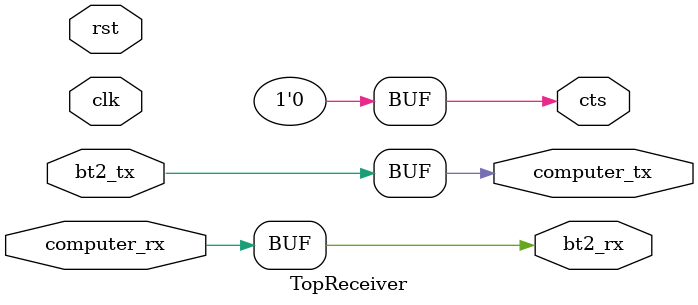
<source format=v>
module TopReceiver(
    input       rst,
    input       clk,
    input       computer_rx,
    output      computer_tx,
    output      bt2_rx,
    input       bt2_tx,
    output      cts
);
    assign cts = 0;
    assign bt2_rx = computer_rx;
    assign computer_tx = bt2_tx;
endmodule : TopReceiver

</source>
